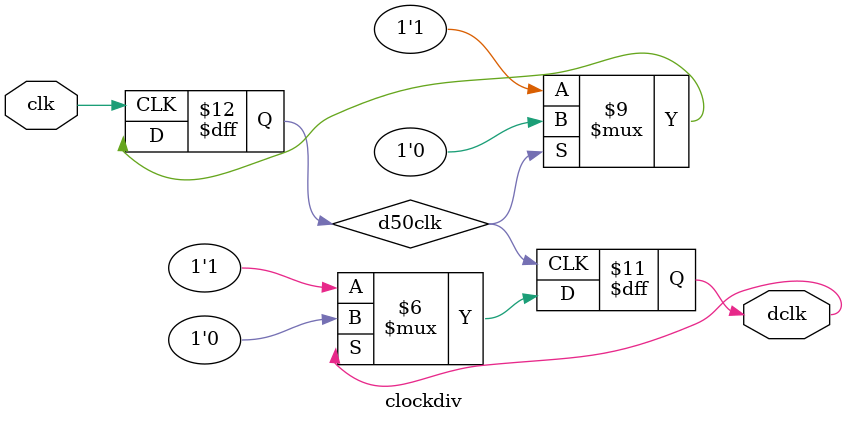
<source format=v>
`timescale 1ns / 1ps
module clockdiv(
	input wire clk,		//master clock: 100MHz
	//input wire clr,		//asynchronous reset
	output reg dclk	//pixel clock: 25MHz
	//output wire segclk	//7-segment clock: 381.47Hz
	);

// 17-bit counter variable
// reg [16:0] q;

// 2-bit counter variable
   //reg [1:0] q;

// Clock divider --
// Each bit in q is a clock signal that is
// only a fraction of the master clock.
   reg d50clk;

always @(posedge clk) //or posedge clr)
//begin
//if (clr == 0)
	begin
	// reset condition
	//if (clr == 1)
		//q <= 0;
	// increment counter by one
	//else
	//	q <= q + 1;
		if (d50clk == 1)
			d50clk <= 0;
		else
			d50clk <= 1;
	end		
//else	
//	   d50clk <= 0;
//end

always @(posedge d50clk)// or posedge clr)
begin
//if (clr == 0)
	//begin
	// reset condition
	//if (clr == 1)
		//q <= 0;
	// increment counter by one
	//else
	//	q <= q + 1;
		if (dclk == 1)
			dclk <= 0;
		else
			dclk <= 1;
   //end
   		
//else	
	  // dclk <= 0;
end

//100Mhz / 2^18 = 381.47Hz

// assign segclk = q[17];

//100Mhz / 2^2 = 25MHz

//assign dclk = q[1];

endmodule

</source>
